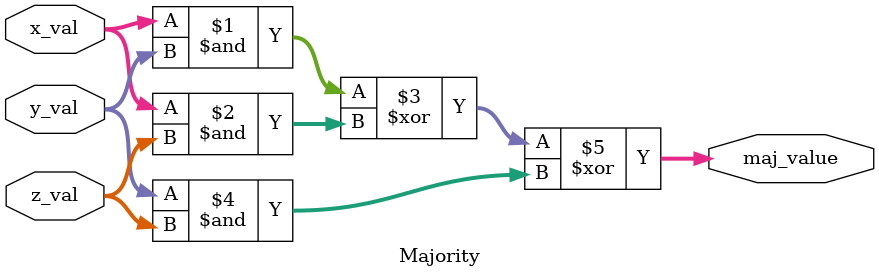
<source format=v>
`timescale 1ns / 1ps

module Majority
(
    // Inputs
    input [63 : 0] x_val,
    input [63 : 0] y_val,
    input [63 : 0] z_val,

    // Output
    output [63 : 0] maj_value
);

assign maj_value = (x_val&y_val)^(x_val&z_val)^(y_val&z_val);

endmodule
</source>
